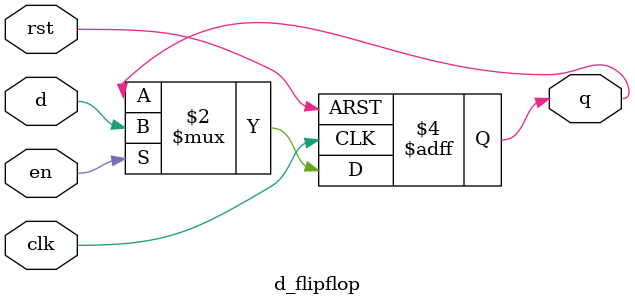
<source format=v>

/* 
1. Reset Signal

If the reset signal is active on the positive edge (i.e., asynchronous or synchronous positive-edge reset), 
then on the rising edge of the reset signal, the output is immediately set to 0, 
regardless of the input or clock

After the reset is asserted (output is 0), the output will hold this value until the reset signal goes low 
(i.e., reset is de-asserted)

This is typical for an asynchronous reset. 
For a synchronous reset, the output would only reset to 0 on the clock edge if reset is high at that moment.


2. Enable Signal

When the reset is not active (reset is low), the output will follow the input value (D) only 
when the enable signal is high and on the positive edge of the clock

If enable is low, the output holds its previous value, regardless of the input or clock

3. Clock Signal

The D flip-flop is edge-triggered (usually positive edge). 
The output changes only on the rising edge of the clock, provided that enable is high and reset is not active
*/


module d_flipflop(
    input wire d, 
    input wire en,
    input wire clk, // Clock input
    input wire rst, // Reset input

    output reg q

);

always @ (posedge clk or posedge rst) begin // Sensitivity list
    if (rst) begin
        q <= 0; // If enable is high, output follows input
    end

    else if (en) begin
        q <= d; // If enable is high, output follows input
        
        
        /* 
        
        <= - Non-blocking assignment operator, used for sequential logic
         = - Blocking assignment operator

         example:

         Let's say x = 3, y = 7

            x = y; // x will be 7
            z = x; // z will be 7

        But if we use non-blocking assignment operator

            x <= y; // x will be 7
            z <= x; // z will be 3

         */
         
    end

end

endmodule
</source>
